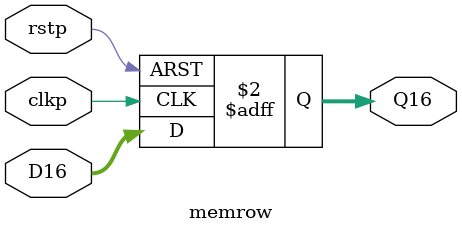
<source format=v>
module mem16x16 (
`ifdef USE_POWER_PINS
  inout vccd1,
  inout vssd1,
`endif
  input clk,
  input rst,
  input cs,
  input we,
  input [11:0] addr,
  input [15:0] din,
  output reg [15:0] dout
);

  wire [15:0] outbuf[0:15];
  wire [15:0] adrDcod, rowclk;

  assign adrDcod[0] = ~addr[0] & ~addr[1] & ~addr[2] & ~addr[3];
  assign adrDcod[1] = addr[0] & ~addr[1] & ~addr[2] & ~addr[3];
  assign adrDcod[2] = ~addr[0] & addr[1] & ~addr[2] & ~addr[3];
  assign adrDcod[3] = addr[0] & addr[1] & ~addr[2] & ~addr[3];
  assign adrDcod[4] = ~addr[0] & ~addr[1] & addr[2] & ~addr[3];
  assign adrDcod[5] = addr[0] & ~addr[1] & addr[2] & ~addr[3];
  assign adrDcod[6] = ~addr[0] & addr[1] & addr[2] & ~addr[3];
  assign adrDcod[7] = addr[0] & addr[1] & addr[2] & ~addr[3];

  assign adrDcod[8] = ~addr[0] & ~addr[1] & ~addr[2] & addr[3];
  assign adrDcod[9] = addr[0] & ~addr[1] & ~addr[2] & addr[3];
  assign adrDcod[10] = ~addr[0] & addr[1] & ~addr[2] & addr[3];
  assign adrDcod[11] = addr[0] & addr[1] & ~addr[2] & addr[3];
  assign adrDcod[12] = ~addr[0] & ~addr[1] & addr[2] & addr[3];
  assign adrDcod[13] = addr[0] & ~addr[1] & addr[2] & addr[3];
  assign adrDcod[14] = ~addr[0] & addr[1] & addr[2] & addr[3];
  assign adrDcod[15] = addr[0] & addr[1] & addr[2] & addr[3];

  assign rowclk = adrDcod & {16{we}} & {16{cs}} & {16{clk}};

  memrow row0 (.clkp(rowclk[0]), .rstp(rst), .D16(din), .Q16(outbuf[0]));
  memrow row1 (.clkp(rowclk[1]), .rstp(rst), .D16(din), .Q16(outbuf[1]));
  memrow row2 (.clkp(rowclk[2]), .rstp(rst), .D16(din), .Q16(outbuf[2]));
  memrow row3 (.clkp(rowclk[3]), .rstp(rst), .D16(din), .Q16(outbuf[3]));
  memrow row4 (.clkp(rowclk[4]), .rstp(rst), .D16(din), .Q16(outbuf[4]));
  memrow row5 (.clkp(rowclk[5]), .rstp(rst), .D16(din), .Q16(outbuf[5]));
  memrow row6 (.clkp(rowclk[6]), .rstp(rst), .D16(din), .Q16(outbuf[6]));
  memrow row7 (.clkp(rowclk[7]), .rstp(rst), .D16(din), .Q16(outbuf[7]));

  memrow row8 (.clkp(rowclk[8]), .rstp(rst), .D16(din), .Q16(outbuf[8]));
  memrow row9 (.clkp(rowclk[9]), .rstp(rst), .D16(din), .Q16(outbuf[9]));
  memrow row10 (.clkp(rowclk[10]), .rstp(rst), .D16(din), .Q16(outbuf[10]));
  memrow row11 (.clkp(rowclk[11]), .rstp(rst), .D16(din), .Q16(outbuf[11]));
  memrow row12 (.clkp(rowclk[12]), .rstp(rst), .D16(din), .Q16(outbuf[12]));
  memrow row13 (.clkp(rowclk[13]), .rstp(rst), .D16(din), .Q16(outbuf[13]));
  memrow row14 (.clkp(rowclk[14]), .rstp(rst), .D16(din), .Q16(outbuf[14]));
  memrow row15 (.clkp(rowclk[15]), .rstp(rst), .D16(din), .Q16(outbuf[15]));

  always @* begin
    case (addr)
      'd0: dout = outbuf[0];
      'd1: dout = outbuf[1];
      'd2: dout = outbuf[2];
      'd3: dout = outbuf[3];
      'd4: dout = outbuf[4];
      'd5: dout = outbuf[5];
      'd6: dout = outbuf[6];
      'd7: dout = outbuf[7];

      'd8: dout = outbuf[8];
      'd9: dout = outbuf[9];
      'd10: dout = outbuf[10];
      'd11: dout = outbuf[11];
      'd12: dout = outbuf[12];
      'd13: dout = outbuf[13];
      'd14: dout = outbuf[14];
      'd15: dout = outbuf[15];

      default: dout = 16'hxxxx;
    endcase
  end

endmodule

module memrow (
    input clkp,
    input rstp,
    input [15:0] D16,
    output reg [15:0] Q16
  );

  always @ (posedge clkp or posedge rstp) begin
    if (rstp) begin
      Q16 <= 16'h0000;
    end else begin
      Q16 <= D16;
    end
  end

endmodule

</source>
